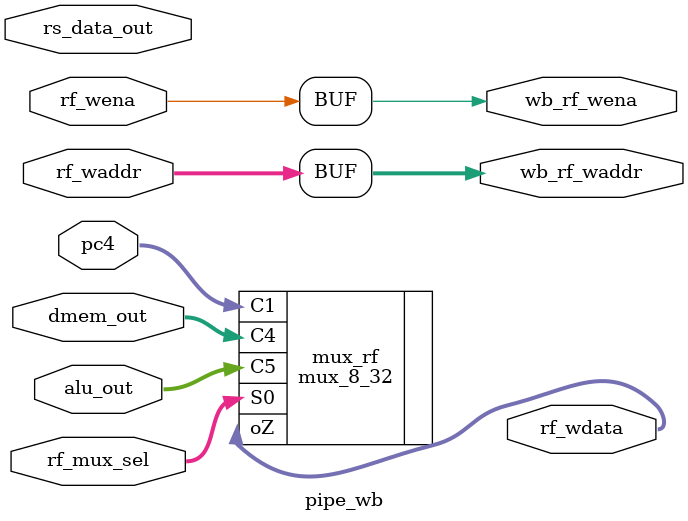
<source format=v>
`timescale 1ns / 1ps

module pipe_wb(
    input [31:0] alu_out,
    input [31:0] dmem_out, 
    input [31:0] pc4,
    input [31:0] rs_data_out,
    input [4:0] rf_waddr,
    input rf_wena,          
    input [2:0] rf_mux_sel, 
    output [31:0] rf_wdata,
    output [4:0] wb_rf_waddr,
    output wb_rf_wena       
    );

    // MUX for regfile
    mux_8_32 mux_rf(
        .C1(pc4),
        .C4(dmem_out),
        .C5(alu_out),
        .S0(rf_mux_sel),
        .oZ(rf_wdata)
    );

    assign wb_rf_waddr = rf_waddr;
    assign wb_rf_wena = rf_wena;

endmodule
</source>
